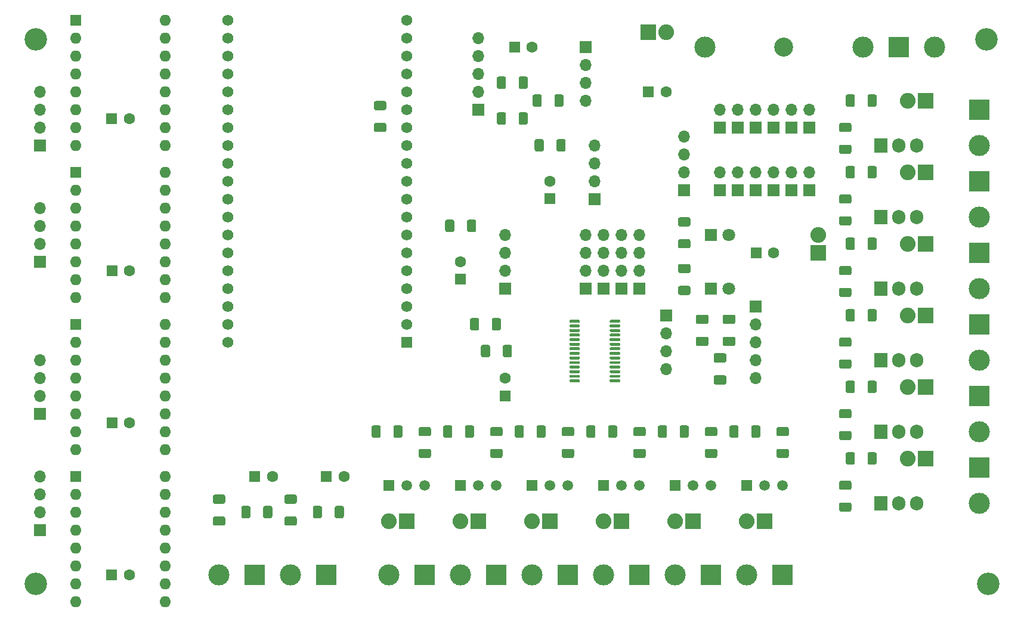
<source format=gts>
G04 #@! TF.GenerationSoftware,KiCad,Pcbnew,(5.1.10)-1*
G04 #@! TF.CreationDate,2021-12-15T20:43:13+01:00*
G04 #@! TF.ProjectId,main_board,6d61696e-5f62-46f6-9172-642e6b696361,rev?*
G04 #@! TF.SameCoordinates,Original*
G04 #@! TF.FileFunction,Soldermask,Top*
G04 #@! TF.FilePolarity,Negative*
%FSLAX46Y46*%
G04 Gerber Fmt 4.6, Leading zero omitted, Abs format (unit mm)*
G04 Created by KiCad (PCBNEW (5.1.10)-1) date 2021-12-15 20:43:13*
%MOMM*%
%LPD*%
G01*
G04 APERTURE LIST*
%ADD10O,1.700000X1.700000*%
%ADD11R,1.700000X1.700000*%
%ADD12C,1.600000*%
%ADD13R,1.600000X1.600000*%
%ADD14C,1.800000*%
%ADD15R,1.800000X1.800000*%
%ADD16C,1.560000*%
%ADD17R,1.560000X1.560000*%
%ADD18O,2.240000X2.240000*%
%ADD19R,2.240000X2.240000*%
%ADD20C,3.000000*%
%ADD21R,3.000000X3.000000*%
%ADD22C,3.200000*%
%ADD23R,1.500000X1.500000*%
%ADD24C,1.500000*%
%ADD25O,1.905000X2.000000*%
%ADD26R,1.905000X2.000000*%
%ADD27C,2.700000*%
%ADD28O,1.600000X1.600000*%
G04 APERTURE END LIST*
D10*
X119380000Y-33020000D03*
X119380000Y-35560000D03*
X119380000Y-38100000D03*
D11*
X119380000Y-40640000D03*
D10*
X106680000Y-45720000D03*
X106680000Y-48260000D03*
X106680000Y-50800000D03*
D11*
X106680000Y-53340000D03*
D12*
X110490000Y-19050000D03*
D13*
X107990000Y-19050000D03*
D12*
X100330000Y-49530000D03*
D13*
X100330000Y-52030000D03*
D12*
X144780000Y-48260000D03*
D13*
X142280000Y-48260000D03*
D12*
X129500000Y-25400000D03*
D13*
X127000000Y-25400000D03*
D12*
X113030000Y-38100000D03*
D13*
X113030000Y-40600000D03*
D12*
X83780000Y-80010000D03*
D13*
X81280000Y-80010000D03*
D12*
X73620000Y-80010000D03*
D13*
X71120000Y-80010000D03*
D12*
X106680000Y-66080000D03*
D13*
X106680000Y-68580000D03*
G36*
G01*
X131455000Y-52970000D02*
X132705000Y-52970000D01*
G75*
G02*
X132955000Y-53220000I0J-250000D01*
G01*
X132955000Y-54020000D01*
G75*
G02*
X132705000Y-54270000I-250000J0D01*
G01*
X131455000Y-54270000D01*
G75*
G02*
X131205000Y-54020000I0J250000D01*
G01*
X131205000Y-53220000D01*
G75*
G02*
X131455000Y-52970000I250000J0D01*
G01*
G37*
G36*
G01*
X131455000Y-49870000D02*
X132705000Y-49870000D01*
G75*
G02*
X132955000Y-50120000I0J-250000D01*
G01*
X132955000Y-50920000D01*
G75*
G02*
X132705000Y-51170000I-250000J0D01*
G01*
X131455000Y-51170000D01*
G75*
G02*
X131205000Y-50920000I0J250000D01*
G01*
X131205000Y-50120000D01*
G75*
G02*
X131455000Y-49870000I250000J0D01*
G01*
G37*
D14*
X138430000Y-53340000D03*
D15*
X135890000Y-53340000D03*
G36*
G01*
X89525000Y-28030000D02*
X88275000Y-28030000D01*
G75*
G02*
X88025000Y-27780000I0J250000D01*
G01*
X88025000Y-26980000D01*
G75*
G02*
X88275000Y-26730000I250000J0D01*
G01*
X89525000Y-26730000D01*
G75*
G02*
X89775000Y-26980000I0J-250000D01*
G01*
X89775000Y-27780000D01*
G75*
G02*
X89525000Y-28030000I-250000J0D01*
G01*
G37*
G36*
G01*
X89525000Y-31130000D02*
X88275000Y-31130000D01*
G75*
G02*
X88025000Y-30880000I0J250000D01*
G01*
X88025000Y-30080000D01*
G75*
G02*
X88275000Y-29830000I250000J0D01*
G01*
X89525000Y-29830000D01*
G75*
G02*
X89775000Y-30080000I0J-250000D01*
G01*
X89775000Y-30880000D01*
G75*
G02*
X89525000Y-31130000I-250000J0D01*
G01*
G37*
D16*
X67310000Y-15240000D03*
X67310000Y-17780000D03*
X67310000Y-20320000D03*
X67310000Y-22860000D03*
X67310000Y-25400000D03*
X67310000Y-27940000D03*
X67310000Y-30480000D03*
X67310000Y-33020000D03*
X67310000Y-35560000D03*
X67310000Y-38100000D03*
X67310000Y-40640000D03*
X67310000Y-43180000D03*
X67310000Y-45720000D03*
X67310000Y-48260000D03*
X67310000Y-50800000D03*
X67310000Y-53340000D03*
X67310000Y-55880000D03*
X67310000Y-58420000D03*
X67310000Y-60960000D03*
X92710000Y-17780000D03*
X92710000Y-20320000D03*
X92710000Y-22860000D03*
X92710000Y-25400000D03*
X92710000Y-27940000D03*
X92710000Y-30480000D03*
X92710000Y-33020000D03*
X92710000Y-35560000D03*
X92710000Y-38100000D03*
X92710000Y-40640000D03*
X92710000Y-43180000D03*
X92710000Y-45720000D03*
X92710000Y-48260000D03*
X92710000Y-50800000D03*
X92710000Y-53340000D03*
X92710000Y-55880000D03*
X92710000Y-15240000D03*
X92710000Y-58420000D03*
D17*
X92710000Y-60960000D03*
G36*
G01*
X135270001Y-58382500D02*
X133969999Y-58382500D01*
G75*
G02*
X133720000Y-58132501I0J249999D01*
G01*
X133720000Y-57307499D01*
G75*
G02*
X133969999Y-57057500I249999J0D01*
G01*
X135270001Y-57057500D01*
G75*
G02*
X135520000Y-57307499I0J-249999D01*
G01*
X135520000Y-58132501D01*
G75*
G02*
X135270001Y-58382500I-249999J0D01*
G01*
G37*
G36*
G01*
X135270001Y-61507500D02*
X133969999Y-61507500D01*
G75*
G02*
X133720000Y-61257501I0J249999D01*
G01*
X133720000Y-60432499D01*
G75*
G02*
X133969999Y-60182500I249999J0D01*
G01*
X135270001Y-60182500D01*
G75*
G02*
X135520000Y-60432499I0J-249999D01*
G01*
X135520000Y-61257501D01*
G75*
G02*
X135270001Y-61507500I-249999J0D01*
G01*
G37*
G36*
G01*
X139080001Y-58382500D02*
X137779999Y-58382500D01*
G75*
G02*
X137530000Y-58132501I0J249999D01*
G01*
X137530000Y-57307499D01*
G75*
G02*
X137779999Y-57057500I249999J0D01*
G01*
X139080001Y-57057500D01*
G75*
G02*
X139330000Y-57307499I0J-249999D01*
G01*
X139330000Y-58132501D01*
G75*
G02*
X139080001Y-58382500I-249999J0D01*
G01*
G37*
G36*
G01*
X139080001Y-61507500D02*
X137779999Y-61507500D01*
G75*
G02*
X137530000Y-61257501I0J249999D01*
G01*
X137530000Y-60432499D01*
G75*
G02*
X137779999Y-60182500I249999J0D01*
G01*
X139080001Y-60182500D01*
G75*
G02*
X139330000Y-60432499I0J-249999D01*
G01*
X139330000Y-61257501D01*
G75*
G02*
X139080001Y-61507500I-249999J0D01*
G01*
G37*
G36*
G01*
X137810001Y-63870000D02*
X136509999Y-63870000D01*
G75*
G02*
X136260000Y-63620001I0J249999D01*
G01*
X136260000Y-62794999D01*
G75*
G02*
X136509999Y-62545000I249999J0D01*
G01*
X137810001Y-62545000D01*
G75*
G02*
X138060000Y-62794999I0J-249999D01*
G01*
X138060000Y-63620001D01*
G75*
G02*
X137810001Y-63870000I-249999J0D01*
G01*
G37*
G36*
G01*
X137810001Y-66995000D02*
X136509999Y-66995000D01*
G75*
G02*
X136260000Y-66745001I0J249999D01*
G01*
X136260000Y-65919999D01*
G75*
G02*
X136509999Y-65670000I249999J0D01*
G01*
X137810001Y-65670000D01*
G75*
G02*
X138060000Y-65919999I0J-249999D01*
G01*
X138060000Y-66745001D01*
G75*
G02*
X137810001Y-66995000I-249999J0D01*
G01*
G37*
D18*
X151130000Y-45720000D03*
D19*
X151130000Y-48260000D03*
D18*
X129540000Y-17000000D03*
D19*
X127000000Y-17000000D03*
D18*
X140970000Y-86360000D03*
D19*
X143510000Y-86360000D03*
D18*
X130810000Y-86360000D03*
D19*
X133350000Y-86360000D03*
D18*
X120650000Y-86360000D03*
D19*
X123190000Y-86360000D03*
D18*
X110490000Y-86360000D03*
D19*
X113030000Y-86360000D03*
D18*
X100330000Y-86360000D03*
D19*
X102870000Y-86360000D03*
D18*
X90170000Y-86360000D03*
D19*
X92710000Y-86360000D03*
D18*
X163830000Y-26670000D03*
D19*
X166370000Y-26670000D03*
D18*
X163830000Y-36830000D03*
D19*
X166370000Y-36830000D03*
D18*
X163830000Y-46990000D03*
D19*
X166370000Y-46990000D03*
D18*
X163830000Y-57150000D03*
D19*
X166370000Y-57150000D03*
D18*
X163830000Y-67310000D03*
D19*
X166370000Y-67310000D03*
D18*
X163830000Y-77470000D03*
D19*
X166370000Y-77470000D03*
D20*
X167640000Y-19050000D03*
D21*
X162560000Y-19050000D03*
D20*
X76200000Y-93980000D03*
D21*
X81280000Y-93980000D03*
D20*
X66040000Y-93980000D03*
D21*
X71120000Y-93980000D03*
D20*
X140970000Y-93980000D03*
D21*
X146050000Y-93980000D03*
D20*
X130810000Y-93980000D03*
D21*
X135890000Y-93980000D03*
D20*
X120650000Y-93980000D03*
D21*
X125730000Y-93980000D03*
D20*
X110490000Y-93980000D03*
D21*
X115570000Y-93980000D03*
D20*
X100330000Y-93980000D03*
D21*
X105410000Y-93980000D03*
D20*
X90170000Y-93980000D03*
D21*
X95250000Y-93980000D03*
D20*
X173990000Y-33020000D03*
D21*
X173990000Y-27940000D03*
D20*
X173990000Y-43180000D03*
D21*
X173990000Y-38100000D03*
D20*
X173990000Y-53340000D03*
D21*
X173990000Y-48260000D03*
D20*
X173990000Y-63500000D03*
D21*
X173990000Y-58420000D03*
D20*
X173990000Y-73660000D03*
D21*
X173990000Y-68580000D03*
D20*
X173990000Y-83820000D03*
D21*
X173990000Y-78740000D03*
D22*
X175260000Y-95250000D03*
X40000000Y-95250000D03*
X40000000Y-18000000D03*
X175000000Y-18000000D03*
D10*
X142240000Y-66040000D03*
X142240000Y-63500000D03*
X142240000Y-60960000D03*
X142240000Y-58420000D03*
D11*
X142240000Y-55880000D03*
G36*
G01*
X117255000Y-66355000D02*
X117255000Y-66555000D01*
G75*
G02*
X117155000Y-66655000I-100000J0D01*
G01*
X115880000Y-66655000D01*
G75*
G02*
X115780000Y-66555000I0J100000D01*
G01*
X115780000Y-66355000D01*
G75*
G02*
X115880000Y-66255000I100000J0D01*
G01*
X117155000Y-66255000D01*
G75*
G02*
X117255000Y-66355000I0J-100000D01*
G01*
G37*
G36*
G01*
X117255000Y-65705000D02*
X117255000Y-65905000D01*
G75*
G02*
X117155000Y-66005000I-100000J0D01*
G01*
X115880000Y-66005000D01*
G75*
G02*
X115780000Y-65905000I0J100000D01*
G01*
X115780000Y-65705000D01*
G75*
G02*
X115880000Y-65605000I100000J0D01*
G01*
X117155000Y-65605000D01*
G75*
G02*
X117255000Y-65705000I0J-100000D01*
G01*
G37*
G36*
G01*
X117255000Y-65055000D02*
X117255000Y-65255000D01*
G75*
G02*
X117155000Y-65355000I-100000J0D01*
G01*
X115880000Y-65355000D01*
G75*
G02*
X115780000Y-65255000I0J100000D01*
G01*
X115780000Y-65055000D01*
G75*
G02*
X115880000Y-64955000I100000J0D01*
G01*
X117155000Y-64955000D01*
G75*
G02*
X117255000Y-65055000I0J-100000D01*
G01*
G37*
G36*
G01*
X117255000Y-64405000D02*
X117255000Y-64605000D01*
G75*
G02*
X117155000Y-64705000I-100000J0D01*
G01*
X115880000Y-64705000D01*
G75*
G02*
X115780000Y-64605000I0J100000D01*
G01*
X115780000Y-64405000D01*
G75*
G02*
X115880000Y-64305000I100000J0D01*
G01*
X117155000Y-64305000D01*
G75*
G02*
X117255000Y-64405000I0J-100000D01*
G01*
G37*
G36*
G01*
X117255000Y-63755000D02*
X117255000Y-63955000D01*
G75*
G02*
X117155000Y-64055000I-100000J0D01*
G01*
X115880000Y-64055000D01*
G75*
G02*
X115780000Y-63955000I0J100000D01*
G01*
X115780000Y-63755000D01*
G75*
G02*
X115880000Y-63655000I100000J0D01*
G01*
X117155000Y-63655000D01*
G75*
G02*
X117255000Y-63755000I0J-100000D01*
G01*
G37*
G36*
G01*
X117255000Y-63105000D02*
X117255000Y-63305000D01*
G75*
G02*
X117155000Y-63405000I-100000J0D01*
G01*
X115880000Y-63405000D01*
G75*
G02*
X115780000Y-63305000I0J100000D01*
G01*
X115780000Y-63105000D01*
G75*
G02*
X115880000Y-63005000I100000J0D01*
G01*
X117155000Y-63005000D01*
G75*
G02*
X117255000Y-63105000I0J-100000D01*
G01*
G37*
G36*
G01*
X117255000Y-62455000D02*
X117255000Y-62655000D01*
G75*
G02*
X117155000Y-62755000I-100000J0D01*
G01*
X115880000Y-62755000D01*
G75*
G02*
X115780000Y-62655000I0J100000D01*
G01*
X115780000Y-62455000D01*
G75*
G02*
X115880000Y-62355000I100000J0D01*
G01*
X117155000Y-62355000D01*
G75*
G02*
X117255000Y-62455000I0J-100000D01*
G01*
G37*
G36*
G01*
X117255000Y-61805000D02*
X117255000Y-62005000D01*
G75*
G02*
X117155000Y-62105000I-100000J0D01*
G01*
X115880000Y-62105000D01*
G75*
G02*
X115780000Y-62005000I0J100000D01*
G01*
X115780000Y-61805000D01*
G75*
G02*
X115880000Y-61705000I100000J0D01*
G01*
X117155000Y-61705000D01*
G75*
G02*
X117255000Y-61805000I0J-100000D01*
G01*
G37*
G36*
G01*
X117255000Y-61155000D02*
X117255000Y-61355000D01*
G75*
G02*
X117155000Y-61455000I-100000J0D01*
G01*
X115880000Y-61455000D01*
G75*
G02*
X115780000Y-61355000I0J100000D01*
G01*
X115780000Y-61155000D01*
G75*
G02*
X115880000Y-61055000I100000J0D01*
G01*
X117155000Y-61055000D01*
G75*
G02*
X117255000Y-61155000I0J-100000D01*
G01*
G37*
G36*
G01*
X117255000Y-60505000D02*
X117255000Y-60705000D01*
G75*
G02*
X117155000Y-60805000I-100000J0D01*
G01*
X115880000Y-60805000D01*
G75*
G02*
X115780000Y-60705000I0J100000D01*
G01*
X115780000Y-60505000D01*
G75*
G02*
X115880000Y-60405000I100000J0D01*
G01*
X117155000Y-60405000D01*
G75*
G02*
X117255000Y-60505000I0J-100000D01*
G01*
G37*
G36*
G01*
X117255000Y-59855000D02*
X117255000Y-60055000D01*
G75*
G02*
X117155000Y-60155000I-100000J0D01*
G01*
X115880000Y-60155000D01*
G75*
G02*
X115780000Y-60055000I0J100000D01*
G01*
X115780000Y-59855000D01*
G75*
G02*
X115880000Y-59755000I100000J0D01*
G01*
X117155000Y-59755000D01*
G75*
G02*
X117255000Y-59855000I0J-100000D01*
G01*
G37*
G36*
G01*
X117255000Y-59205000D02*
X117255000Y-59405000D01*
G75*
G02*
X117155000Y-59505000I-100000J0D01*
G01*
X115880000Y-59505000D01*
G75*
G02*
X115780000Y-59405000I0J100000D01*
G01*
X115780000Y-59205000D01*
G75*
G02*
X115880000Y-59105000I100000J0D01*
G01*
X117155000Y-59105000D01*
G75*
G02*
X117255000Y-59205000I0J-100000D01*
G01*
G37*
G36*
G01*
X117255000Y-58555000D02*
X117255000Y-58755000D01*
G75*
G02*
X117155000Y-58855000I-100000J0D01*
G01*
X115880000Y-58855000D01*
G75*
G02*
X115780000Y-58755000I0J100000D01*
G01*
X115780000Y-58555000D01*
G75*
G02*
X115880000Y-58455000I100000J0D01*
G01*
X117155000Y-58455000D01*
G75*
G02*
X117255000Y-58555000I0J-100000D01*
G01*
G37*
G36*
G01*
X117255000Y-57905000D02*
X117255000Y-58105000D01*
G75*
G02*
X117155000Y-58205000I-100000J0D01*
G01*
X115880000Y-58205000D01*
G75*
G02*
X115780000Y-58105000I0J100000D01*
G01*
X115780000Y-57905000D01*
G75*
G02*
X115880000Y-57805000I100000J0D01*
G01*
X117155000Y-57805000D01*
G75*
G02*
X117255000Y-57905000I0J-100000D01*
G01*
G37*
G36*
G01*
X122980000Y-57905000D02*
X122980000Y-58105000D01*
G75*
G02*
X122880000Y-58205000I-100000J0D01*
G01*
X121605000Y-58205000D01*
G75*
G02*
X121505000Y-58105000I0J100000D01*
G01*
X121505000Y-57905000D01*
G75*
G02*
X121605000Y-57805000I100000J0D01*
G01*
X122880000Y-57805000D01*
G75*
G02*
X122980000Y-57905000I0J-100000D01*
G01*
G37*
G36*
G01*
X122980000Y-58555000D02*
X122980000Y-58755000D01*
G75*
G02*
X122880000Y-58855000I-100000J0D01*
G01*
X121605000Y-58855000D01*
G75*
G02*
X121505000Y-58755000I0J100000D01*
G01*
X121505000Y-58555000D01*
G75*
G02*
X121605000Y-58455000I100000J0D01*
G01*
X122880000Y-58455000D01*
G75*
G02*
X122980000Y-58555000I0J-100000D01*
G01*
G37*
G36*
G01*
X122980000Y-59205000D02*
X122980000Y-59405000D01*
G75*
G02*
X122880000Y-59505000I-100000J0D01*
G01*
X121605000Y-59505000D01*
G75*
G02*
X121505000Y-59405000I0J100000D01*
G01*
X121505000Y-59205000D01*
G75*
G02*
X121605000Y-59105000I100000J0D01*
G01*
X122880000Y-59105000D01*
G75*
G02*
X122980000Y-59205000I0J-100000D01*
G01*
G37*
G36*
G01*
X122980000Y-59855000D02*
X122980000Y-60055000D01*
G75*
G02*
X122880000Y-60155000I-100000J0D01*
G01*
X121605000Y-60155000D01*
G75*
G02*
X121505000Y-60055000I0J100000D01*
G01*
X121505000Y-59855000D01*
G75*
G02*
X121605000Y-59755000I100000J0D01*
G01*
X122880000Y-59755000D01*
G75*
G02*
X122980000Y-59855000I0J-100000D01*
G01*
G37*
G36*
G01*
X122980000Y-60505000D02*
X122980000Y-60705000D01*
G75*
G02*
X122880000Y-60805000I-100000J0D01*
G01*
X121605000Y-60805000D01*
G75*
G02*
X121505000Y-60705000I0J100000D01*
G01*
X121505000Y-60505000D01*
G75*
G02*
X121605000Y-60405000I100000J0D01*
G01*
X122880000Y-60405000D01*
G75*
G02*
X122980000Y-60505000I0J-100000D01*
G01*
G37*
G36*
G01*
X122980000Y-61155000D02*
X122980000Y-61355000D01*
G75*
G02*
X122880000Y-61455000I-100000J0D01*
G01*
X121605000Y-61455000D01*
G75*
G02*
X121505000Y-61355000I0J100000D01*
G01*
X121505000Y-61155000D01*
G75*
G02*
X121605000Y-61055000I100000J0D01*
G01*
X122880000Y-61055000D01*
G75*
G02*
X122980000Y-61155000I0J-100000D01*
G01*
G37*
G36*
G01*
X122980000Y-61805000D02*
X122980000Y-62005000D01*
G75*
G02*
X122880000Y-62105000I-100000J0D01*
G01*
X121605000Y-62105000D01*
G75*
G02*
X121505000Y-62005000I0J100000D01*
G01*
X121505000Y-61805000D01*
G75*
G02*
X121605000Y-61705000I100000J0D01*
G01*
X122880000Y-61705000D01*
G75*
G02*
X122980000Y-61805000I0J-100000D01*
G01*
G37*
G36*
G01*
X122980000Y-62455000D02*
X122980000Y-62655000D01*
G75*
G02*
X122880000Y-62755000I-100000J0D01*
G01*
X121605000Y-62755000D01*
G75*
G02*
X121505000Y-62655000I0J100000D01*
G01*
X121505000Y-62455000D01*
G75*
G02*
X121605000Y-62355000I100000J0D01*
G01*
X122880000Y-62355000D01*
G75*
G02*
X122980000Y-62455000I0J-100000D01*
G01*
G37*
G36*
G01*
X122980000Y-63105000D02*
X122980000Y-63305000D01*
G75*
G02*
X122880000Y-63405000I-100000J0D01*
G01*
X121605000Y-63405000D01*
G75*
G02*
X121505000Y-63305000I0J100000D01*
G01*
X121505000Y-63105000D01*
G75*
G02*
X121605000Y-63005000I100000J0D01*
G01*
X122880000Y-63005000D01*
G75*
G02*
X122980000Y-63105000I0J-100000D01*
G01*
G37*
G36*
G01*
X122980000Y-63755000D02*
X122980000Y-63955000D01*
G75*
G02*
X122880000Y-64055000I-100000J0D01*
G01*
X121605000Y-64055000D01*
G75*
G02*
X121505000Y-63955000I0J100000D01*
G01*
X121505000Y-63755000D01*
G75*
G02*
X121605000Y-63655000I100000J0D01*
G01*
X122880000Y-63655000D01*
G75*
G02*
X122980000Y-63755000I0J-100000D01*
G01*
G37*
G36*
G01*
X122980000Y-64405000D02*
X122980000Y-64605000D01*
G75*
G02*
X122880000Y-64705000I-100000J0D01*
G01*
X121605000Y-64705000D01*
G75*
G02*
X121505000Y-64605000I0J100000D01*
G01*
X121505000Y-64405000D01*
G75*
G02*
X121605000Y-64305000I100000J0D01*
G01*
X122880000Y-64305000D01*
G75*
G02*
X122980000Y-64405000I0J-100000D01*
G01*
G37*
G36*
G01*
X122980000Y-65055000D02*
X122980000Y-65255000D01*
G75*
G02*
X122880000Y-65355000I-100000J0D01*
G01*
X121605000Y-65355000D01*
G75*
G02*
X121505000Y-65255000I0J100000D01*
G01*
X121505000Y-65055000D01*
G75*
G02*
X121605000Y-64955000I100000J0D01*
G01*
X122880000Y-64955000D01*
G75*
G02*
X122980000Y-65055000I0J-100000D01*
G01*
G37*
G36*
G01*
X122980000Y-65705000D02*
X122980000Y-65905000D01*
G75*
G02*
X122880000Y-66005000I-100000J0D01*
G01*
X121605000Y-66005000D01*
G75*
G02*
X121505000Y-65905000I0J100000D01*
G01*
X121505000Y-65705000D01*
G75*
G02*
X121605000Y-65605000I100000J0D01*
G01*
X122880000Y-65605000D01*
G75*
G02*
X122980000Y-65705000I0J-100000D01*
G01*
G37*
G36*
G01*
X122980000Y-66355000D02*
X122980000Y-66555000D01*
G75*
G02*
X122880000Y-66655000I-100000J0D01*
G01*
X121605000Y-66655000D01*
G75*
G02*
X121505000Y-66555000I0J100000D01*
G01*
X121505000Y-66355000D01*
G75*
G02*
X121605000Y-66255000I100000J0D01*
G01*
X122880000Y-66255000D01*
G75*
G02*
X122980000Y-66355000I0J-100000D01*
G01*
G37*
G36*
G01*
X108570000Y-29835000D02*
X108570000Y-28585000D01*
G75*
G02*
X108820000Y-28335000I250000J0D01*
G01*
X109620000Y-28335000D01*
G75*
G02*
X109870000Y-28585000I0J-250000D01*
G01*
X109870000Y-29835000D01*
G75*
G02*
X109620000Y-30085000I-250000J0D01*
G01*
X108820000Y-30085000D01*
G75*
G02*
X108570000Y-29835000I0J250000D01*
G01*
G37*
G36*
G01*
X105470000Y-29835000D02*
X105470000Y-28585000D01*
G75*
G02*
X105720000Y-28335000I250000J0D01*
G01*
X106520000Y-28335000D01*
G75*
G02*
X106770000Y-28585000I0J-250000D01*
G01*
X106770000Y-29835000D01*
G75*
G02*
X106520000Y-30085000I-250000J0D01*
G01*
X105720000Y-30085000D01*
G75*
G02*
X105470000Y-29835000I0J250000D01*
G01*
G37*
G36*
G01*
X132705000Y-44540000D02*
X131455000Y-44540000D01*
G75*
G02*
X131205000Y-44290000I0J250000D01*
G01*
X131205000Y-43490000D01*
G75*
G02*
X131455000Y-43240000I250000J0D01*
G01*
X132705000Y-43240000D01*
G75*
G02*
X132955000Y-43490000I0J-250000D01*
G01*
X132955000Y-44290000D01*
G75*
G02*
X132705000Y-44540000I-250000J0D01*
G01*
G37*
G36*
G01*
X132705000Y-47640000D02*
X131455000Y-47640000D01*
G75*
G02*
X131205000Y-47390000I0J250000D01*
G01*
X131205000Y-46590000D01*
G75*
G02*
X131455000Y-46340000I250000J0D01*
G01*
X132705000Y-46340000D01*
G75*
G02*
X132955000Y-46590000I0J-250000D01*
G01*
X132955000Y-47390000D01*
G75*
G02*
X132705000Y-47640000I-250000J0D01*
G01*
G37*
G36*
G01*
X106770000Y-23505000D02*
X106770000Y-24755000D01*
G75*
G02*
X106520000Y-25005000I-250000J0D01*
G01*
X105720000Y-25005000D01*
G75*
G02*
X105470000Y-24755000I0J250000D01*
G01*
X105470000Y-23505000D01*
G75*
G02*
X105720000Y-23255000I250000J0D01*
G01*
X106520000Y-23255000D01*
G75*
G02*
X106770000Y-23505000I0J-250000D01*
G01*
G37*
G36*
G01*
X109870000Y-23505000D02*
X109870000Y-24755000D01*
G75*
G02*
X109620000Y-25005000I-250000J0D01*
G01*
X108820000Y-25005000D01*
G75*
G02*
X108570000Y-24755000I0J250000D01*
G01*
X108570000Y-23505000D01*
G75*
G02*
X108820000Y-23255000I250000J0D01*
G01*
X109620000Y-23255000D01*
G75*
G02*
X109870000Y-23505000I0J-250000D01*
G01*
G37*
G36*
G01*
X112130000Y-32395000D02*
X112130000Y-33645000D01*
G75*
G02*
X111880000Y-33895000I-250000J0D01*
G01*
X111080000Y-33895000D01*
G75*
G02*
X110830000Y-33645000I0J250000D01*
G01*
X110830000Y-32395000D01*
G75*
G02*
X111080000Y-32145000I250000J0D01*
G01*
X111880000Y-32145000D01*
G75*
G02*
X112130000Y-32395000I0J-250000D01*
G01*
G37*
G36*
G01*
X115230000Y-32395000D02*
X115230000Y-33645000D01*
G75*
G02*
X114980000Y-33895000I-250000J0D01*
G01*
X114180000Y-33895000D01*
G75*
G02*
X113930000Y-33645000I0J250000D01*
G01*
X113930000Y-32395000D01*
G75*
G02*
X114180000Y-32145000I250000J0D01*
G01*
X114980000Y-32145000D01*
G75*
G02*
X115230000Y-32395000I0J-250000D01*
G01*
G37*
G36*
G01*
X113650000Y-27295000D02*
X113650000Y-26045000D01*
G75*
G02*
X113900000Y-25795000I250000J0D01*
G01*
X114700000Y-25795000D01*
G75*
G02*
X114950000Y-26045000I0J-250000D01*
G01*
X114950000Y-27295000D01*
G75*
G02*
X114700000Y-27545000I-250000J0D01*
G01*
X113900000Y-27545000D01*
G75*
G02*
X113650000Y-27295000I0J250000D01*
G01*
G37*
G36*
G01*
X110550000Y-27295000D02*
X110550000Y-26045000D01*
G75*
G02*
X110800000Y-25795000I250000J0D01*
G01*
X111600000Y-25795000D01*
G75*
G02*
X111850000Y-26045000I0J-250000D01*
G01*
X111850000Y-27295000D01*
G75*
G02*
X111600000Y-27545000I-250000J0D01*
G01*
X110800000Y-27545000D01*
G75*
G02*
X110550000Y-27295000I0J250000D01*
G01*
G37*
G36*
G01*
X99430000Y-43825000D02*
X99430000Y-45075000D01*
G75*
G02*
X99180000Y-45325000I-250000J0D01*
G01*
X98380000Y-45325000D01*
G75*
G02*
X98130000Y-45075000I0J250000D01*
G01*
X98130000Y-43825000D01*
G75*
G02*
X98380000Y-43575000I250000J0D01*
G01*
X99180000Y-43575000D01*
G75*
G02*
X99430000Y-43825000I0J-250000D01*
G01*
G37*
G36*
G01*
X102530000Y-43825000D02*
X102530000Y-45075000D01*
G75*
G02*
X102280000Y-45325000I-250000J0D01*
G01*
X101480000Y-45325000D01*
G75*
G02*
X101230000Y-45075000I0J250000D01*
G01*
X101230000Y-43825000D01*
G75*
G02*
X101480000Y-43575000I250000J0D01*
G01*
X102280000Y-43575000D01*
G75*
G02*
X102530000Y-43825000I0J-250000D01*
G01*
G37*
G36*
G01*
X80660000Y-84465000D02*
X80660000Y-85715000D01*
G75*
G02*
X80410000Y-85965000I-250000J0D01*
G01*
X79610000Y-85965000D01*
G75*
G02*
X79360000Y-85715000I0J250000D01*
G01*
X79360000Y-84465000D01*
G75*
G02*
X79610000Y-84215000I250000J0D01*
G01*
X80410000Y-84215000D01*
G75*
G02*
X80660000Y-84465000I0J-250000D01*
G01*
G37*
G36*
G01*
X83760000Y-84465000D02*
X83760000Y-85715000D01*
G75*
G02*
X83510000Y-85965000I-250000J0D01*
G01*
X82710000Y-85965000D01*
G75*
G02*
X82460000Y-85715000I0J250000D01*
G01*
X82460000Y-84465000D01*
G75*
G02*
X82710000Y-84215000I250000J0D01*
G01*
X83510000Y-84215000D01*
G75*
G02*
X83760000Y-84465000I0J-250000D01*
G01*
G37*
G36*
G01*
X70500000Y-84465000D02*
X70500000Y-85715000D01*
G75*
G02*
X70250000Y-85965000I-250000J0D01*
G01*
X69450000Y-85965000D01*
G75*
G02*
X69200000Y-85715000I0J250000D01*
G01*
X69200000Y-84465000D01*
G75*
G02*
X69450000Y-84215000I250000J0D01*
G01*
X70250000Y-84215000D01*
G75*
G02*
X70500000Y-84465000I0J-250000D01*
G01*
G37*
G36*
G01*
X73600000Y-84465000D02*
X73600000Y-85715000D01*
G75*
G02*
X73350000Y-85965000I-250000J0D01*
G01*
X72550000Y-85965000D01*
G75*
G02*
X72300000Y-85715000I0J250000D01*
G01*
X72300000Y-84465000D01*
G75*
G02*
X72550000Y-84215000I250000J0D01*
G01*
X73350000Y-84215000D01*
G75*
G02*
X73600000Y-84465000I0J-250000D01*
G01*
G37*
G36*
G01*
X106310000Y-62855000D02*
X106310000Y-61605000D01*
G75*
G02*
X106560000Y-61355000I250000J0D01*
G01*
X107360000Y-61355000D01*
G75*
G02*
X107610000Y-61605000I0J-250000D01*
G01*
X107610000Y-62855000D01*
G75*
G02*
X107360000Y-63105000I-250000J0D01*
G01*
X106560000Y-63105000D01*
G75*
G02*
X106310000Y-62855000I0J250000D01*
G01*
G37*
G36*
G01*
X103210000Y-62855000D02*
X103210000Y-61605000D01*
G75*
G02*
X103460000Y-61355000I250000J0D01*
G01*
X104260000Y-61355000D01*
G75*
G02*
X104510000Y-61605000I0J-250000D01*
G01*
X104510000Y-62855000D01*
G75*
G02*
X104260000Y-63105000I-250000J0D01*
G01*
X103460000Y-63105000D01*
G75*
G02*
X103210000Y-62855000I0J250000D01*
G01*
G37*
G36*
G01*
X104760000Y-59045000D02*
X104760000Y-57795000D01*
G75*
G02*
X105010000Y-57545000I250000J0D01*
G01*
X105810000Y-57545000D01*
G75*
G02*
X106060000Y-57795000I0J-250000D01*
G01*
X106060000Y-59045000D01*
G75*
G02*
X105810000Y-59295000I-250000J0D01*
G01*
X105010000Y-59295000D01*
G75*
G02*
X104760000Y-59045000I0J250000D01*
G01*
G37*
G36*
G01*
X101660000Y-59045000D02*
X101660000Y-57795000D01*
G75*
G02*
X101910000Y-57545000I250000J0D01*
G01*
X102710000Y-57545000D01*
G75*
G02*
X102960000Y-57795000I0J-250000D01*
G01*
X102960000Y-59045000D01*
G75*
G02*
X102710000Y-59295000I-250000J0D01*
G01*
X101910000Y-59295000D01*
G75*
G02*
X101660000Y-59045000I0J250000D01*
G01*
G37*
G36*
G01*
X75575000Y-85710000D02*
X76825000Y-85710000D01*
G75*
G02*
X77075000Y-85960000I0J-250000D01*
G01*
X77075000Y-86760000D01*
G75*
G02*
X76825000Y-87010000I-250000J0D01*
G01*
X75575000Y-87010000D01*
G75*
G02*
X75325000Y-86760000I0J250000D01*
G01*
X75325000Y-85960000D01*
G75*
G02*
X75575000Y-85710000I250000J0D01*
G01*
G37*
G36*
G01*
X75575000Y-82610000D02*
X76825000Y-82610000D01*
G75*
G02*
X77075000Y-82860000I0J-250000D01*
G01*
X77075000Y-83660000D01*
G75*
G02*
X76825000Y-83910000I-250000J0D01*
G01*
X75575000Y-83910000D01*
G75*
G02*
X75325000Y-83660000I0J250000D01*
G01*
X75325000Y-82860000D01*
G75*
G02*
X75575000Y-82610000I250000J0D01*
G01*
G37*
G36*
G01*
X65415000Y-85710000D02*
X66665000Y-85710000D01*
G75*
G02*
X66915000Y-85960000I0J-250000D01*
G01*
X66915000Y-86760000D01*
G75*
G02*
X66665000Y-87010000I-250000J0D01*
G01*
X65415000Y-87010000D01*
G75*
G02*
X65165000Y-86760000I0J250000D01*
G01*
X65165000Y-85960000D01*
G75*
G02*
X65415000Y-85710000I250000J0D01*
G01*
G37*
G36*
G01*
X65415000Y-82610000D02*
X66665000Y-82610000D01*
G75*
G02*
X66915000Y-82860000I0J-250000D01*
G01*
X66915000Y-83660000D01*
G75*
G02*
X66665000Y-83910000I-250000J0D01*
G01*
X65415000Y-83910000D01*
G75*
G02*
X65165000Y-83660000I0J250000D01*
G01*
X65165000Y-82860000D01*
G75*
G02*
X65415000Y-82610000I250000J0D01*
G01*
G37*
G36*
G01*
X141590000Y-74285000D02*
X141590000Y-73035000D01*
G75*
G02*
X141840000Y-72785000I250000J0D01*
G01*
X142640000Y-72785000D01*
G75*
G02*
X142890000Y-73035000I0J-250000D01*
G01*
X142890000Y-74285000D01*
G75*
G02*
X142640000Y-74535000I-250000J0D01*
G01*
X141840000Y-74535000D01*
G75*
G02*
X141590000Y-74285000I0J250000D01*
G01*
G37*
G36*
G01*
X138490000Y-74285000D02*
X138490000Y-73035000D01*
G75*
G02*
X138740000Y-72785000I250000J0D01*
G01*
X139540000Y-72785000D01*
G75*
G02*
X139790000Y-73035000I0J-250000D01*
G01*
X139790000Y-74285000D01*
G75*
G02*
X139540000Y-74535000I-250000J0D01*
G01*
X138740000Y-74535000D01*
G75*
G02*
X138490000Y-74285000I0J250000D01*
G01*
G37*
G36*
G01*
X146675000Y-74310000D02*
X145425000Y-74310000D01*
G75*
G02*
X145175000Y-74060000I0J250000D01*
G01*
X145175000Y-73260000D01*
G75*
G02*
X145425000Y-73010000I250000J0D01*
G01*
X146675000Y-73010000D01*
G75*
G02*
X146925000Y-73260000I0J-250000D01*
G01*
X146925000Y-74060000D01*
G75*
G02*
X146675000Y-74310000I-250000J0D01*
G01*
G37*
G36*
G01*
X146675000Y-77410000D02*
X145425000Y-77410000D01*
G75*
G02*
X145175000Y-77160000I0J250000D01*
G01*
X145175000Y-76360000D01*
G75*
G02*
X145425000Y-76110000I250000J0D01*
G01*
X146675000Y-76110000D01*
G75*
G02*
X146925000Y-76360000I0J-250000D01*
G01*
X146925000Y-77160000D01*
G75*
G02*
X146675000Y-77410000I-250000J0D01*
G01*
G37*
G36*
G01*
X131430000Y-74285000D02*
X131430000Y-73035000D01*
G75*
G02*
X131680000Y-72785000I250000J0D01*
G01*
X132480000Y-72785000D01*
G75*
G02*
X132730000Y-73035000I0J-250000D01*
G01*
X132730000Y-74285000D01*
G75*
G02*
X132480000Y-74535000I-250000J0D01*
G01*
X131680000Y-74535000D01*
G75*
G02*
X131430000Y-74285000I0J250000D01*
G01*
G37*
G36*
G01*
X128330000Y-74285000D02*
X128330000Y-73035000D01*
G75*
G02*
X128580000Y-72785000I250000J0D01*
G01*
X129380000Y-72785000D01*
G75*
G02*
X129630000Y-73035000I0J-250000D01*
G01*
X129630000Y-74285000D01*
G75*
G02*
X129380000Y-74535000I-250000J0D01*
G01*
X128580000Y-74535000D01*
G75*
G02*
X128330000Y-74285000I0J250000D01*
G01*
G37*
G36*
G01*
X136515000Y-74310000D02*
X135265000Y-74310000D01*
G75*
G02*
X135015000Y-74060000I0J250000D01*
G01*
X135015000Y-73260000D01*
G75*
G02*
X135265000Y-73010000I250000J0D01*
G01*
X136515000Y-73010000D01*
G75*
G02*
X136765000Y-73260000I0J-250000D01*
G01*
X136765000Y-74060000D01*
G75*
G02*
X136515000Y-74310000I-250000J0D01*
G01*
G37*
G36*
G01*
X136515000Y-77410000D02*
X135265000Y-77410000D01*
G75*
G02*
X135015000Y-77160000I0J250000D01*
G01*
X135015000Y-76360000D01*
G75*
G02*
X135265000Y-76110000I250000J0D01*
G01*
X136515000Y-76110000D01*
G75*
G02*
X136765000Y-76360000I0J-250000D01*
G01*
X136765000Y-77160000D01*
G75*
G02*
X136515000Y-77410000I-250000J0D01*
G01*
G37*
G36*
G01*
X121270000Y-74285000D02*
X121270000Y-73035000D01*
G75*
G02*
X121520000Y-72785000I250000J0D01*
G01*
X122320000Y-72785000D01*
G75*
G02*
X122570000Y-73035000I0J-250000D01*
G01*
X122570000Y-74285000D01*
G75*
G02*
X122320000Y-74535000I-250000J0D01*
G01*
X121520000Y-74535000D01*
G75*
G02*
X121270000Y-74285000I0J250000D01*
G01*
G37*
G36*
G01*
X118170000Y-74285000D02*
X118170000Y-73035000D01*
G75*
G02*
X118420000Y-72785000I250000J0D01*
G01*
X119220000Y-72785000D01*
G75*
G02*
X119470000Y-73035000I0J-250000D01*
G01*
X119470000Y-74285000D01*
G75*
G02*
X119220000Y-74535000I-250000J0D01*
G01*
X118420000Y-74535000D01*
G75*
G02*
X118170000Y-74285000I0J250000D01*
G01*
G37*
G36*
G01*
X126355000Y-74310000D02*
X125105000Y-74310000D01*
G75*
G02*
X124855000Y-74060000I0J250000D01*
G01*
X124855000Y-73260000D01*
G75*
G02*
X125105000Y-73010000I250000J0D01*
G01*
X126355000Y-73010000D01*
G75*
G02*
X126605000Y-73260000I0J-250000D01*
G01*
X126605000Y-74060000D01*
G75*
G02*
X126355000Y-74310000I-250000J0D01*
G01*
G37*
G36*
G01*
X126355000Y-77410000D02*
X125105000Y-77410000D01*
G75*
G02*
X124855000Y-77160000I0J250000D01*
G01*
X124855000Y-76360000D01*
G75*
G02*
X125105000Y-76110000I250000J0D01*
G01*
X126355000Y-76110000D01*
G75*
G02*
X126605000Y-76360000I0J-250000D01*
G01*
X126605000Y-77160000D01*
G75*
G02*
X126355000Y-77410000I-250000J0D01*
G01*
G37*
G36*
G01*
X111110000Y-74285000D02*
X111110000Y-73035000D01*
G75*
G02*
X111360000Y-72785000I250000J0D01*
G01*
X112160000Y-72785000D01*
G75*
G02*
X112410000Y-73035000I0J-250000D01*
G01*
X112410000Y-74285000D01*
G75*
G02*
X112160000Y-74535000I-250000J0D01*
G01*
X111360000Y-74535000D01*
G75*
G02*
X111110000Y-74285000I0J250000D01*
G01*
G37*
G36*
G01*
X108010000Y-74285000D02*
X108010000Y-73035000D01*
G75*
G02*
X108260000Y-72785000I250000J0D01*
G01*
X109060000Y-72785000D01*
G75*
G02*
X109310000Y-73035000I0J-250000D01*
G01*
X109310000Y-74285000D01*
G75*
G02*
X109060000Y-74535000I-250000J0D01*
G01*
X108260000Y-74535000D01*
G75*
G02*
X108010000Y-74285000I0J250000D01*
G01*
G37*
G36*
G01*
X116195000Y-74310000D02*
X114945000Y-74310000D01*
G75*
G02*
X114695000Y-74060000I0J250000D01*
G01*
X114695000Y-73260000D01*
G75*
G02*
X114945000Y-73010000I250000J0D01*
G01*
X116195000Y-73010000D01*
G75*
G02*
X116445000Y-73260000I0J-250000D01*
G01*
X116445000Y-74060000D01*
G75*
G02*
X116195000Y-74310000I-250000J0D01*
G01*
G37*
G36*
G01*
X116195000Y-77410000D02*
X114945000Y-77410000D01*
G75*
G02*
X114695000Y-77160000I0J250000D01*
G01*
X114695000Y-76360000D01*
G75*
G02*
X114945000Y-76110000I250000J0D01*
G01*
X116195000Y-76110000D01*
G75*
G02*
X116445000Y-76360000I0J-250000D01*
G01*
X116445000Y-77160000D01*
G75*
G02*
X116195000Y-77410000I-250000J0D01*
G01*
G37*
G36*
G01*
X100950000Y-74285000D02*
X100950000Y-73035000D01*
G75*
G02*
X101200000Y-72785000I250000J0D01*
G01*
X102000000Y-72785000D01*
G75*
G02*
X102250000Y-73035000I0J-250000D01*
G01*
X102250000Y-74285000D01*
G75*
G02*
X102000000Y-74535000I-250000J0D01*
G01*
X101200000Y-74535000D01*
G75*
G02*
X100950000Y-74285000I0J250000D01*
G01*
G37*
G36*
G01*
X97850000Y-74285000D02*
X97850000Y-73035000D01*
G75*
G02*
X98100000Y-72785000I250000J0D01*
G01*
X98900000Y-72785000D01*
G75*
G02*
X99150000Y-73035000I0J-250000D01*
G01*
X99150000Y-74285000D01*
G75*
G02*
X98900000Y-74535000I-250000J0D01*
G01*
X98100000Y-74535000D01*
G75*
G02*
X97850000Y-74285000I0J250000D01*
G01*
G37*
G36*
G01*
X106035000Y-74310000D02*
X104785000Y-74310000D01*
G75*
G02*
X104535000Y-74060000I0J250000D01*
G01*
X104535000Y-73260000D01*
G75*
G02*
X104785000Y-73010000I250000J0D01*
G01*
X106035000Y-73010000D01*
G75*
G02*
X106285000Y-73260000I0J-250000D01*
G01*
X106285000Y-74060000D01*
G75*
G02*
X106035000Y-74310000I-250000J0D01*
G01*
G37*
G36*
G01*
X106035000Y-77410000D02*
X104785000Y-77410000D01*
G75*
G02*
X104535000Y-77160000I0J250000D01*
G01*
X104535000Y-76360000D01*
G75*
G02*
X104785000Y-76110000I250000J0D01*
G01*
X106035000Y-76110000D01*
G75*
G02*
X106285000Y-76360000I0J-250000D01*
G01*
X106285000Y-77160000D01*
G75*
G02*
X106035000Y-77410000I-250000J0D01*
G01*
G37*
G36*
G01*
X90790000Y-74285000D02*
X90790000Y-73035000D01*
G75*
G02*
X91040000Y-72785000I250000J0D01*
G01*
X91840000Y-72785000D01*
G75*
G02*
X92090000Y-73035000I0J-250000D01*
G01*
X92090000Y-74285000D01*
G75*
G02*
X91840000Y-74535000I-250000J0D01*
G01*
X91040000Y-74535000D01*
G75*
G02*
X90790000Y-74285000I0J250000D01*
G01*
G37*
G36*
G01*
X87690000Y-74285000D02*
X87690000Y-73035000D01*
G75*
G02*
X87940000Y-72785000I250000J0D01*
G01*
X88740000Y-72785000D01*
G75*
G02*
X88990000Y-73035000I0J-250000D01*
G01*
X88990000Y-74285000D01*
G75*
G02*
X88740000Y-74535000I-250000J0D01*
G01*
X87940000Y-74535000D01*
G75*
G02*
X87690000Y-74285000I0J250000D01*
G01*
G37*
G36*
G01*
X95875000Y-74310000D02*
X94625000Y-74310000D01*
G75*
G02*
X94375000Y-74060000I0J250000D01*
G01*
X94375000Y-73260000D01*
G75*
G02*
X94625000Y-73010000I250000J0D01*
G01*
X95875000Y-73010000D01*
G75*
G02*
X96125000Y-73260000I0J-250000D01*
G01*
X96125000Y-74060000D01*
G75*
G02*
X95875000Y-74310000I-250000J0D01*
G01*
G37*
G36*
G01*
X95875000Y-77410000D02*
X94625000Y-77410000D01*
G75*
G02*
X94375000Y-77160000I0J250000D01*
G01*
X94375000Y-76360000D01*
G75*
G02*
X94625000Y-76110000I250000J0D01*
G01*
X95875000Y-76110000D01*
G75*
G02*
X96125000Y-76360000I0J-250000D01*
G01*
X96125000Y-77160000D01*
G75*
G02*
X95875000Y-77410000I-250000J0D01*
G01*
G37*
G36*
G01*
X155565000Y-31130000D02*
X154315000Y-31130000D01*
G75*
G02*
X154065000Y-30880000I0J250000D01*
G01*
X154065000Y-30080000D01*
G75*
G02*
X154315000Y-29830000I250000J0D01*
G01*
X155565000Y-29830000D01*
G75*
G02*
X155815000Y-30080000I0J-250000D01*
G01*
X155815000Y-30880000D01*
G75*
G02*
X155565000Y-31130000I-250000J0D01*
G01*
G37*
G36*
G01*
X155565000Y-34230000D02*
X154315000Y-34230000D01*
G75*
G02*
X154065000Y-33980000I0J250000D01*
G01*
X154065000Y-33180000D01*
G75*
G02*
X154315000Y-32930000I250000J0D01*
G01*
X155565000Y-32930000D01*
G75*
G02*
X155815000Y-33180000I0J-250000D01*
G01*
X155815000Y-33980000D01*
G75*
G02*
X155565000Y-34230000I-250000J0D01*
G01*
G37*
G36*
G01*
X156300000Y-26045000D02*
X156300000Y-27295000D01*
G75*
G02*
X156050000Y-27545000I-250000J0D01*
G01*
X155250000Y-27545000D01*
G75*
G02*
X155000000Y-27295000I0J250000D01*
G01*
X155000000Y-26045000D01*
G75*
G02*
X155250000Y-25795000I250000J0D01*
G01*
X156050000Y-25795000D01*
G75*
G02*
X156300000Y-26045000I0J-250000D01*
G01*
G37*
G36*
G01*
X159400000Y-26045000D02*
X159400000Y-27295000D01*
G75*
G02*
X159150000Y-27545000I-250000J0D01*
G01*
X158350000Y-27545000D01*
G75*
G02*
X158100000Y-27295000I0J250000D01*
G01*
X158100000Y-26045000D01*
G75*
G02*
X158350000Y-25795000I250000J0D01*
G01*
X159150000Y-25795000D01*
G75*
G02*
X159400000Y-26045000I0J-250000D01*
G01*
G37*
G36*
G01*
X155565000Y-41290000D02*
X154315000Y-41290000D01*
G75*
G02*
X154065000Y-41040000I0J250000D01*
G01*
X154065000Y-40240000D01*
G75*
G02*
X154315000Y-39990000I250000J0D01*
G01*
X155565000Y-39990000D01*
G75*
G02*
X155815000Y-40240000I0J-250000D01*
G01*
X155815000Y-41040000D01*
G75*
G02*
X155565000Y-41290000I-250000J0D01*
G01*
G37*
G36*
G01*
X155565000Y-44390000D02*
X154315000Y-44390000D01*
G75*
G02*
X154065000Y-44140000I0J250000D01*
G01*
X154065000Y-43340000D01*
G75*
G02*
X154315000Y-43090000I250000J0D01*
G01*
X155565000Y-43090000D01*
G75*
G02*
X155815000Y-43340000I0J-250000D01*
G01*
X155815000Y-44140000D01*
G75*
G02*
X155565000Y-44390000I-250000J0D01*
G01*
G37*
G36*
G01*
X156300000Y-36205000D02*
X156300000Y-37455000D01*
G75*
G02*
X156050000Y-37705000I-250000J0D01*
G01*
X155250000Y-37705000D01*
G75*
G02*
X155000000Y-37455000I0J250000D01*
G01*
X155000000Y-36205000D01*
G75*
G02*
X155250000Y-35955000I250000J0D01*
G01*
X156050000Y-35955000D01*
G75*
G02*
X156300000Y-36205000I0J-250000D01*
G01*
G37*
G36*
G01*
X159400000Y-36205000D02*
X159400000Y-37455000D01*
G75*
G02*
X159150000Y-37705000I-250000J0D01*
G01*
X158350000Y-37705000D01*
G75*
G02*
X158100000Y-37455000I0J250000D01*
G01*
X158100000Y-36205000D01*
G75*
G02*
X158350000Y-35955000I250000J0D01*
G01*
X159150000Y-35955000D01*
G75*
G02*
X159400000Y-36205000I0J-250000D01*
G01*
G37*
G36*
G01*
X155565000Y-51450000D02*
X154315000Y-51450000D01*
G75*
G02*
X154065000Y-51200000I0J250000D01*
G01*
X154065000Y-50400000D01*
G75*
G02*
X154315000Y-50150000I250000J0D01*
G01*
X155565000Y-50150000D01*
G75*
G02*
X155815000Y-50400000I0J-250000D01*
G01*
X155815000Y-51200000D01*
G75*
G02*
X155565000Y-51450000I-250000J0D01*
G01*
G37*
G36*
G01*
X155565000Y-54550000D02*
X154315000Y-54550000D01*
G75*
G02*
X154065000Y-54300000I0J250000D01*
G01*
X154065000Y-53500000D01*
G75*
G02*
X154315000Y-53250000I250000J0D01*
G01*
X155565000Y-53250000D01*
G75*
G02*
X155815000Y-53500000I0J-250000D01*
G01*
X155815000Y-54300000D01*
G75*
G02*
X155565000Y-54550000I-250000J0D01*
G01*
G37*
G36*
G01*
X156300000Y-46365000D02*
X156300000Y-47615000D01*
G75*
G02*
X156050000Y-47865000I-250000J0D01*
G01*
X155250000Y-47865000D01*
G75*
G02*
X155000000Y-47615000I0J250000D01*
G01*
X155000000Y-46365000D01*
G75*
G02*
X155250000Y-46115000I250000J0D01*
G01*
X156050000Y-46115000D01*
G75*
G02*
X156300000Y-46365000I0J-250000D01*
G01*
G37*
G36*
G01*
X159400000Y-46365000D02*
X159400000Y-47615000D01*
G75*
G02*
X159150000Y-47865000I-250000J0D01*
G01*
X158350000Y-47865000D01*
G75*
G02*
X158100000Y-47615000I0J250000D01*
G01*
X158100000Y-46365000D01*
G75*
G02*
X158350000Y-46115000I250000J0D01*
G01*
X159150000Y-46115000D01*
G75*
G02*
X159400000Y-46365000I0J-250000D01*
G01*
G37*
G36*
G01*
X155565000Y-61610000D02*
X154315000Y-61610000D01*
G75*
G02*
X154065000Y-61360000I0J250000D01*
G01*
X154065000Y-60560000D01*
G75*
G02*
X154315000Y-60310000I250000J0D01*
G01*
X155565000Y-60310000D01*
G75*
G02*
X155815000Y-60560000I0J-250000D01*
G01*
X155815000Y-61360000D01*
G75*
G02*
X155565000Y-61610000I-250000J0D01*
G01*
G37*
G36*
G01*
X155565000Y-64710000D02*
X154315000Y-64710000D01*
G75*
G02*
X154065000Y-64460000I0J250000D01*
G01*
X154065000Y-63660000D01*
G75*
G02*
X154315000Y-63410000I250000J0D01*
G01*
X155565000Y-63410000D01*
G75*
G02*
X155815000Y-63660000I0J-250000D01*
G01*
X155815000Y-64460000D01*
G75*
G02*
X155565000Y-64710000I-250000J0D01*
G01*
G37*
G36*
G01*
X156300000Y-56525000D02*
X156300000Y-57775000D01*
G75*
G02*
X156050000Y-58025000I-250000J0D01*
G01*
X155250000Y-58025000D01*
G75*
G02*
X155000000Y-57775000I0J250000D01*
G01*
X155000000Y-56525000D01*
G75*
G02*
X155250000Y-56275000I250000J0D01*
G01*
X156050000Y-56275000D01*
G75*
G02*
X156300000Y-56525000I0J-250000D01*
G01*
G37*
G36*
G01*
X159400000Y-56525000D02*
X159400000Y-57775000D01*
G75*
G02*
X159150000Y-58025000I-250000J0D01*
G01*
X158350000Y-58025000D01*
G75*
G02*
X158100000Y-57775000I0J250000D01*
G01*
X158100000Y-56525000D01*
G75*
G02*
X158350000Y-56275000I250000J0D01*
G01*
X159150000Y-56275000D01*
G75*
G02*
X159400000Y-56525000I0J-250000D01*
G01*
G37*
G36*
G01*
X155565000Y-71770000D02*
X154315000Y-71770000D01*
G75*
G02*
X154065000Y-71520000I0J250000D01*
G01*
X154065000Y-70720000D01*
G75*
G02*
X154315000Y-70470000I250000J0D01*
G01*
X155565000Y-70470000D01*
G75*
G02*
X155815000Y-70720000I0J-250000D01*
G01*
X155815000Y-71520000D01*
G75*
G02*
X155565000Y-71770000I-250000J0D01*
G01*
G37*
G36*
G01*
X155565000Y-74870000D02*
X154315000Y-74870000D01*
G75*
G02*
X154065000Y-74620000I0J250000D01*
G01*
X154065000Y-73820000D01*
G75*
G02*
X154315000Y-73570000I250000J0D01*
G01*
X155565000Y-73570000D01*
G75*
G02*
X155815000Y-73820000I0J-250000D01*
G01*
X155815000Y-74620000D01*
G75*
G02*
X155565000Y-74870000I-250000J0D01*
G01*
G37*
G36*
G01*
X156300000Y-66685000D02*
X156300000Y-67935000D01*
G75*
G02*
X156050000Y-68185000I-250000J0D01*
G01*
X155250000Y-68185000D01*
G75*
G02*
X155000000Y-67935000I0J250000D01*
G01*
X155000000Y-66685000D01*
G75*
G02*
X155250000Y-66435000I250000J0D01*
G01*
X156050000Y-66435000D01*
G75*
G02*
X156300000Y-66685000I0J-250000D01*
G01*
G37*
G36*
G01*
X159400000Y-66685000D02*
X159400000Y-67935000D01*
G75*
G02*
X159150000Y-68185000I-250000J0D01*
G01*
X158350000Y-68185000D01*
G75*
G02*
X158100000Y-67935000I0J250000D01*
G01*
X158100000Y-66685000D01*
G75*
G02*
X158350000Y-66435000I250000J0D01*
G01*
X159150000Y-66435000D01*
G75*
G02*
X159400000Y-66685000I0J-250000D01*
G01*
G37*
G36*
G01*
X155565000Y-81930000D02*
X154315000Y-81930000D01*
G75*
G02*
X154065000Y-81680000I0J250000D01*
G01*
X154065000Y-80880000D01*
G75*
G02*
X154315000Y-80630000I250000J0D01*
G01*
X155565000Y-80630000D01*
G75*
G02*
X155815000Y-80880000I0J-250000D01*
G01*
X155815000Y-81680000D01*
G75*
G02*
X155565000Y-81930000I-250000J0D01*
G01*
G37*
G36*
G01*
X155565000Y-85030000D02*
X154315000Y-85030000D01*
G75*
G02*
X154065000Y-84780000I0J250000D01*
G01*
X154065000Y-83980000D01*
G75*
G02*
X154315000Y-83730000I250000J0D01*
G01*
X155565000Y-83730000D01*
G75*
G02*
X155815000Y-83980000I0J-250000D01*
G01*
X155815000Y-84780000D01*
G75*
G02*
X155565000Y-85030000I-250000J0D01*
G01*
G37*
G36*
G01*
X156300000Y-76845000D02*
X156300000Y-78095000D01*
G75*
G02*
X156050000Y-78345000I-250000J0D01*
G01*
X155250000Y-78345000D01*
G75*
G02*
X155000000Y-78095000I0J250000D01*
G01*
X155000000Y-76845000D01*
G75*
G02*
X155250000Y-76595000I250000J0D01*
G01*
X156050000Y-76595000D01*
G75*
G02*
X156300000Y-76845000I0J-250000D01*
G01*
G37*
G36*
G01*
X159400000Y-76845000D02*
X159400000Y-78095000D01*
G75*
G02*
X159150000Y-78345000I-250000J0D01*
G01*
X158350000Y-78345000D01*
G75*
G02*
X158100000Y-78095000I0J250000D01*
G01*
X158100000Y-76845000D01*
G75*
G02*
X158350000Y-76595000I250000J0D01*
G01*
X159150000Y-76595000D01*
G75*
G02*
X159400000Y-76845000I0J-250000D01*
G01*
G37*
D23*
X140970000Y-81280000D03*
D24*
X146050000Y-81280000D03*
X143510000Y-81280000D03*
D23*
X130810000Y-81280000D03*
D24*
X135890000Y-81280000D03*
X133350000Y-81280000D03*
D23*
X120650000Y-81280000D03*
D24*
X125730000Y-81280000D03*
X123190000Y-81280000D03*
D23*
X110490000Y-81280000D03*
D24*
X115570000Y-81280000D03*
X113030000Y-81280000D03*
D23*
X100330000Y-81280000D03*
D24*
X105410000Y-81280000D03*
X102870000Y-81280000D03*
D23*
X90170000Y-81280000D03*
D24*
X95250000Y-81280000D03*
X92710000Y-81280000D03*
D25*
X165100000Y-33020000D03*
X162560000Y-33020000D03*
D26*
X160020000Y-33020000D03*
D25*
X165100000Y-43180000D03*
X162560000Y-43180000D03*
D26*
X160020000Y-43180000D03*
D25*
X165100000Y-53340000D03*
X162560000Y-53340000D03*
D26*
X160020000Y-53340000D03*
D25*
X165100000Y-63500000D03*
X162560000Y-63500000D03*
D26*
X160020000Y-63500000D03*
D25*
X165100000Y-73660000D03*
X162560000Y-73660000D03*
D26*
X160020000Y-73660000D03*
D25*
X165100000Y-83820000D03*
X162560000Y-83820000D03*
D26*
X160020000Y-83820000D03*
D10*
X149860000Y-36830000D03*
D11*
X149860000Y-39370000D03*
D10*
X147320000Y-36830000D03*
D11*
X147320000Y-39370000D03*
D10*
X144780000Y-36830000D03*
D11*
X144780000Y-39370000D03*
D10*
X137160000Y-27940000D03*
D11*
X137160000Y-30480000D03*
D10*
X139700000Y-27940000D03*
D11*
X139700000Y-30480000D03*
D10*
X142240000Y-27940000D03*
D11*
X142240000Y-30480000D03*
D10*
X118110000Y-26670000D03*
X118110000Y-24130000D03*
X118110000Y-21590000D03*
D11*
X118110000Y-19050000D03*
D10*
X142240000Y-36830000D03*
D11*
X142240000Y-39370000D03*
D10*
X139700000Y-36830000D03*
D11*
X139700000Y-39370000D03*
D10*
X137160000Y-36830000D03*
D11*
X137160000Y-39370000D03*
D10*
X144780000Y-27940000D03*
D11*
X144780000Y-30480000D03*
D10*
X147320000Y-27940000D03*
D11*
X147320000Y-30480000D03*
D10*
X149860000Y-27940000D03*
D11*
X149860000Y-30480000D03*
D10*
X132080000Y-31750000D03*
X132080000Y-34290000D03*
X132080000Y-36830000D03*
D11*
X132080000Y-39370000D03*
D10*
X102870000Y-17780000D03*
X102870000Y-20320000D03*
X102870000Y-22860000D03*
X102870000Y-25400000D03*
D11*
X102870000Y-27940000D03*
D10*
X129540000Y-64770000D03*
X129540000Y-62230000D03*
X129540000Y-59690000D03*
D11*
X129540000Y-57150000D03*
D10*
X118110000Y-45720000D03*
X118110000Y-48260000D03*
X118110000Y-50800000D03*
D11*
X118110000Y-53340000D03*
D10*
X120650000Y-45720000D03*
X120650000Y-48260000D03*
X120650000Y-50800000D03*
D11*
X120650000Y-53340000D03*
D10*
X123190000Y-45720000D03*
X123190000Y-48260000D03*
X123190000Y-50800000D03*
D11*
X123190000Y-53340000D03*
D10*
X125730000Y-45720000D03*
X125730000Y-48260000D03*
X125730000Y-50800000D03*
D11*
X125730000Y-53340000D03*
D10*
X40640000Y-80010000D03*
X40640000Y-82550000D03*
X40640000Y-85090000D03*
D11*
X40640000Y-87630000D03*
D10*
X40640000Y-63500000D03*
X40640000Y-66040000D03*
X40640000Y-68580000D03*
D11*
X40640000Y-71120000D03*
D10*
X40640000Y-41910000D03*
X40640000Y-44450000D03*
X40640000Y-46990000D03*
D11*
X40640000Y-49530000D03*
X40640000Y-33020000D03*
D10*
X40640000Y-30480000D03*
X40640000Y-27940000D03*
X40640000Y-25400000D03*
D20*
X157480000Y-19050000D03*
X134980000Y-19050000D03*
D27*
X146230000Y-19050000D03*
D14*
X138430000Y-45720000D03*
D15*
X135890000Y-45720000D03*
D13*
X50800000Y-93980000D03*
D12*
X53300000Y-93980000D03*
X53340000Y-72390000D03*
D13*
X50840000Y-72390000D03*
D12*
X53340000Y-50800000D03*
D13*
X50840000Y-50800000D03*
D12*
X53300000Y-29210000D03*
D13*
X50800000Y-29210000D03*
D28*
X58420000Y-80010000D03*
X45720000Y-97790000D03*
X58420000Y-82550000D03*
X45720000Y-95250000D03*
X58420000Y-85090000D03*
X45720000Y-92710000D03*
X58420000Y-87630000D03*
X45720000Y-90170000D03*
X58420000Y-90170000D03*
X45720000Y-87630000D03*
X58420000Y-92710000D03*
X45720000Y-85090000D03*
X58420000Y-95250000D03*
X45720000Y-82550000D03*
X58420000Y-97790000D03*
D13*
X45720000Y-80010000D03*
D28*
X58420000Y-58420000D03*
X45720000Y-76200000D03*
X58420000Y-60960000D03*
X45720000Y-73660000D03*
X58420000Y-63500000D03*
X45720000Y-71120000D03*
X58420000Y-66040000D03*
X45720000Y-68580000D03*
X58420000Y-68580000D03*
X45720000Y-66040000D03*
X58420000Y-71120000D03*
X45720000Y-63500000D03*
X58420000Y-73660000D03*
X45720000Y-60960000D03*
X58420000Y-76200000D03*
D13*
X45720000Y-58420000D03*
D28*
X58420000Y-36830000D03*
X45720000Y-54610000D03*
X58420000Y-39370000D03*
X45720000Y-52070000D03*
X58420000Y-41910000D03*
X45720000Y-49530000D03*
X58420000Y-44450000D03*
X45720000Y-46990000D03*
X58420000Y-46990000D03*
X45720000Y-44450000D03*
X58420000Y-49530000D03*
X45720000Y-41910000D03*
X58420000Y-52070000D03*
X45720000Y-39370000D03*
X58420000Y-54610000D03*
D13*
X45720000Y-36830000D03*
D28*
X58420000Y-15240000D03*
X45720000Y-33020000D03*
X58420000Y-17780000D03*
X45720000Y-30480000D03*
X58420000Y-20320000D03*
X45720000Y-27940000D03*
X58420000Y-22860000D03*
X45720000Y-25400000D03*
X58420000Y-25400000D03*
X45720000Y-22860000D03*
X58420000Y-27940000D03*
X45720000Y-20320000D03*
X58420000Y-30480000D03*
X45720000Y-17780000D03*
X58420000Y-33020000D03*
D13*
X45720000Y-15240000D03*
M02*

</source>
